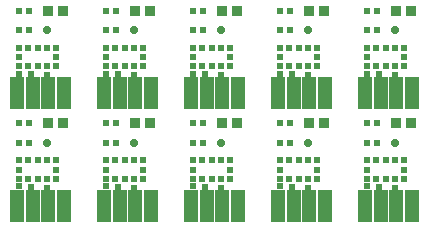
<source format=gts>
G04*
G04 #@! TF.GenerationSoftware,Altium Limited,Altium Designer,23.3.1 (30)*
G04*
G04 Layer_Color=8388736*
%FSLAX25Y25*%
%MOIN*%
G70*
G04*
G04 #@! TF.SameCoordinates,76A80B4F-B454-4E83-830C-21A368A3A4FA*
G04*
G04*
G04 #@! TF.FilePolarity,Negative*
G04*
G01*
G75*
%ADD10R,0.02000X0.02000*%
%ADD11R,0.02000X0.02000*%
%ADD12R,0.02047X0.02047*%
%ADD13R,0.03366X0.03568*%
%ADD14R,0.02423X0.02254*%
%ADD23R,0.04737X0.10642*%
%ADD24C,0.02375*%
%ADD25C,0.02769*%
D10*
X271350Y152149D02*
D03*
X274500D02*
D03*
X277650D02*
D03*
Y145851D02*
D03*
X274500D02*
D03*
X271350D02*
D03*
Y189649D02*
D03*
X274500D02*
D03*
X277650D02*
D03*
Y183351D02*
D03*
X274500D02*
D03*
X271350D02*
D03*
X242350Y152149D02*
D03*
X245500D02*
D03*
X248650D02*
D03*
Y145851D02*
D03*
X245500D02*
D03*
X242350D02*
D03*
Y189649D02*
D03*
X245500D02*
D03*
X248650D02*
D03*
Y183351D02*
D03*
X245500D02*
D03*
X242350D02*
D03*
X213350Y152149D02*
D03*
X216500D02*
D03*
X219650D02*
D03*
Y145851D02*
D03*
X216500D02*
D03*
X213350D02*
D03*
Y189649D02*
D03*
X216500D02*
D03*
X219650D02*
D03*
Y183351D02*
D03*
X216500D02*
D03*
X213350D02*
D03*
X184350Y152149D02*
D03*
X187500D02*
D03*
X190650D02*
D03*
Y145851D02*
D03*
X187500D02*
D03*
X184350D02*
D03*
Y189649D02*
D03*
X187500D02*
D03*
X190650D02*
D03*
Y183351D02*
D03*
X187500D02*
D03*
X184350D02*
D03*
X155350Y152149D02*
D03*
X158500D02*
D03*
X161650D02*
D03*
Y145851D02*
D03*
X158500D02*
D03*
X155350D02*
D03*
Y189649D02*
D03*
X158500D02*
D03*
X161650D02*
D03*
Y183351D02*
D03*
X158500D02*
D03*
X155350D02*
D03*
D11*
X280800Y152150D02*
D03*
Y149000D02*
D03*
Y145850D02*
D03*
X268200D02*
D03*
Y149000D02*
D03*
Y152150D02*
D03*
X280800Y189650D02*
D03*
Y186500D02*
D03*
Y183350D02*
D03*
X268200D02*
D03*
Y186500D02*
D03*
Y189650D02*
D03*
X251800Y152150D02*
D03*
Y149000D02*
D03*
Y145850D02*
D03*
X239200D02*
D03*
Y149000D02*
D03*
Y152150D02*
D03*
X251800Y189650D02*
D03*
Y186500D02*
D03*
Y183350D02*
D03*
X239200D02*
D03*
Y186500D02*
D03*
Y189650D02*
D03*
X222800Y152150D02*
D03*
Y149000D02*
D03*
Y145850D02*
D03*
X210200D02*
D03*
Y149000D02*
D03*
Y152150D02*
D03*
X222800Y189650D02*
D03*
Y186500D02*
D03*
Y183350D02*
D03*
X210200D02*
D03*
Y186500D02*
D03*
Y189650D02*
D03*
X193800Y152150D02*
D03*
Y149000D02*
D03*
Y145850D02*
D03*
X181200D02*
D03*
Y149000D02*
D03*
Y152150D02*
D03*
X193800Y189650D02*
D03*
Y186500D02*
D03*
Y183350D02*
D03*
X181200D02*
D03*
Y186500D02*
D03*
Y189650D02*
D03*
X164800Y152150D02*
D03*
Y149000D02*
D03*
Y145850D02*
D03*
X152200D02*
D03*
Y149000D02*
D03*
Y152150D02*
D03*
X164800Y189650D02*
D03*
Y186500D02*
D03*
Y183350D02*
D03*
X152200D02*
D03*
Y186500D02*
D03*
Y189650D02*
D03*
D12*
X271575Y158000D02*
D03*
X268425D02*
D03*
X271575Y195500D02*
D03*
X268425D02*
D03*
X242575Y158000D02*
D03*
X239425D02*
D03*
X242575Y195500D02*
D03*
X239425D02*
D03*
X213575Y158000D02*
D03*
X210425D02*
D03*
X213575Y195500D02*
D03*
X210425D02*
D03*
X184575Y158000D02*
D03*
X181425D02*
D03*
X184575Y195500D02*
D03*
X181425D02*
D03*
X155575Y158000D02*
D03*
X152425D02*
D03*
X155575Y195500D02*
D03*
X152425D02*
D03*
D13*
X278037Y164500D02*
D03*
X282963D02*
D03*
X278037Y202000D02*
D03*
X282963D02*
D03*
X249037Y164500D02*
D03*
X253963D02*
D03*
X249037Y202000D02*
D03*
X253963D02*
D03*
X220037Y164500D02*
D03*
X224963D02*
D03*
X220037Y202000D02*
D03*
X224963D02*
D03*
X191037Y164500D02*
D03*
X195963D02*
D03*
X191037Y202000D02*
D03*
X195963D02*
D03*
X162037Y164500D02*
D03*
X166963D02*
D03*
X162037Y202000D02*
D03*
X166963D02*
D03*
D14*
X268313Y164500D02*
D03*
X271687D02*
D03*
X268313Y202000D02*
D03*
X271687D02*
D03*
X239313Y164500D02*
D03*
X242687D02*
D03*
X239313Y202000D02*
D03*
X242687D02*
D03*
X210313Y164500D02*
D03*
X213687D02*
D03*
X210313Y202000D02*
D03*
X213687D02*
D03*
X181313Y164500D02*
D03*
X184687D02*
D03*
X181313Y202000D02*
D03*
X184687D02*
D03*
X152313Y164500D02*
D03*
X155687D02*
D03*
X152313Y202000D02*
D03*
X155687D02*
D03*
D23*
X278000Y137000D02*
D03*
X283142Y137008D02*
D03*
X267748Y136969D02*
D03*
X272866D02*
D03*
X278000Y174500D02*
D03*
X283142Y174508D02*
D03*
X267748Y174469D02*
D03*
X272866D02*
D03*
X249000Y137000D02*
D03*
X254142Y137008D02*
D03*
X238748Y136969D02*
D03*
X243866D02*
D03*
X249000Y174500D02*
D03*
X254142Y174508D02*
D03*
X238748Y174469D02*
D03*
X243866D02*
D03*
X220000Y137000D02*
D03*
X225142Y137008D02*
D03*
X209748Y136969D02*
D03*
X214866D02*
D03*
X220000Y174500D02*
D03*
X225142Y174508D02*
D03*
X209748Y174469D02*
D03*
X214866D02*
D03*
X191000Y137000D02*
D03*
X196142Y137008D02*
D03*
X180748Y136969D02*
D03*
X185866D02*
D03*
X191000Y174500D02*
D03*
X196142Y174508D02*
D03*
X180748Y174469D02*
D03*
X185866D02*
D03*
X162000Y137000D02*
D03*
X167142Y137008D02*
D03*
X151748Y136969D02*
D03*
X156866D02*
D03*
X162000Y174500D02*
D03*
X167142Y174508D02*
D03*
X151748Y174469D02*
D03*
X156866D02*
D03*
D24*
X277621Y143000D02*
D03*
X272250Y143250D02*
D03*
X268200Y143500D02*
D03*
X277621Y180500D02*
D03*
X272250Y180750D02*
D03*
X268200Y181000D02*
D03*
X248621Y143000D02*
D03*
X243250Y143250D02*
D03*
X239200Y143500D02*
D03*
X248621Y180500D02*
D03*
X243250Y180750D02*
D03*
X239200Y181000D02*
D03*
X219621Y143000D02*
D03*
X214250Y143250D02*
D03*
X210200Y143500D02*
D03*
X219621Y180500D02*
D03*
X214250Y180750D02*
D03*
X210200Y181000D02*
D03*
X190621Y143000D02*
D03*
X185250Y143250D02*
D03*
X181200Y143500D02*
D03*
X190621Y180500D02*
D03*
X185250Y180750D02*
D03*
X181200Y181000D02*
D03*
X161621Y143000D02*
D03*
X156250Y143250D02*
D03*
X152200Y143500D02*
D03*
X161621Y180500D02*
D03*
X156250Y180750D02*
D03*
X152200Y181000D02*
D03*
D25*
X277500Y158000D02*
D03*
Y195500D02*
D03*
X248500Y158000D02*
D03*
Y195500D02*
D03*
X219500Y158000D02*
D03*
Y195500D02*
D03*
X190500Y158000D02*
D03*
Y195500D02*
D03*
X161500Y158000D02*
D03*
Y195500D02*
D03*
M02*

</source>
